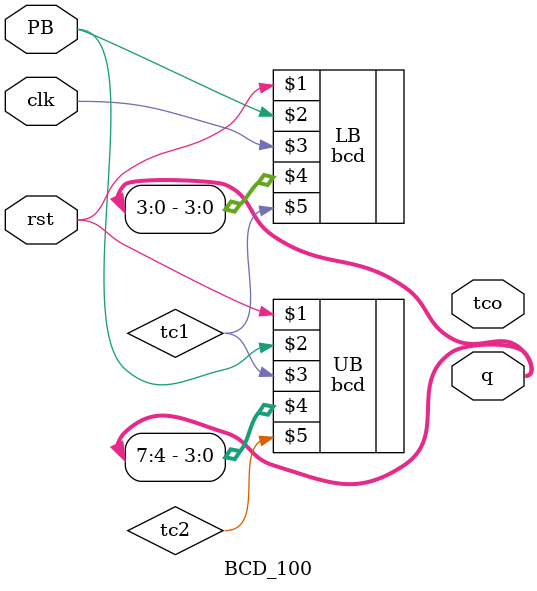
<source format=v>
module BCD_100 (rst, PB, clk, q, tco);
input rst, PB, clk;
output [7:0] q;
output tco;
wire tco, tc1, tc2;
bcd LB (rst, PB, clk, q[3:0], tc1);
bcd UB (rst, PB, tc1, q[7:4], tc2);

endmodule
</source>
